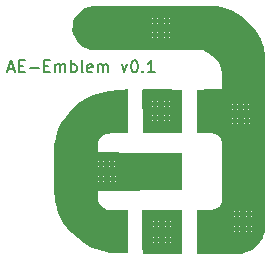
<source format=gbr>
%TF.GenerationSoftware,KiCad,Pcbnew,8.0.2-1*%
%TF.CreationDate,2024-11-11T18:57:46+10:00*%
%TF.ProjectId,ae_emblem_led_pcb,61655f65-6d62-46c6-956d-5f6c65645f70,rev?*%
%TF.SameCoordinates,Original*%
%TF.FileFunction,Legend,Top*%
%TF.FilePolarity,Positive*%
%FSLAX46Y46*%
G04 Gerber Fmt 4.6, Leading zero omitted, Abs format (unit mm)*
G04 Created by KiCad (PCBNEW 8.0.2-1) date 2024-11-11 18:57:46*
%MOMM*%
%LPD*%
G01*
G04 APERTURE LIST*
G04 Aperture macros list*
%AMRoundRect*
0 Rectangle with rounded corners*
0 $1 Rounding radius*
0 $2 $3 $4 $5 $6 $7 $8 $9 X,Y pos of 4 corners*
0 Add a 4 corners polygon primitive as box body*
4,1,4,$2,$3,$4,$5,$6,$7,$8,$9,$2,$3,0*
0 Add four circle primitives for the rounded corners*
1,1,$1+$1,$2,$3*
1,1,$1+$1,$4,$5*
1,1,$1+$1,$6,$7*
1,1,$1+$1,$8,$9*
0 Add four rect primitives between the rounded corners*
20,1,$1+$1,$2,$3,$4,$5,0*
20,1,$1+$1,$4,$5,$6,$7,0*
20,1,$1+$1,$6,$7,$8,$9,0*
20,1,$1+$1,$8,$9,$2,$3,0*%
G04 Aperture macros list end*
%ADD10C,0.150000*%
%ADD11C,0.100000*%
%ADD12C,0.120000*%
%ADD13C,0.000000*%
%ADD14RoundRect,0.147500X-0.147500X-0.172500X0.147500X-0.172500X0.147500X0.172500X-0.147500X0.172500X0*%
%ADD15RoundRect,0.135000X-0.135000X-0.185000X0.135000X-0.185000X0.135000X0.185000X-0.135000X0.185000X0*%
%ADD16C,0.800000*%
%ADD17C,5.000000*%
G04 APERTURE END LIST*
D10*
X132089160Y-77334104D02*
X132565350Y-77334104D01*
X131993922Y-77619819D02*
X132327255Y-76619819D01*
X132327255Y-76619819D02*
X132660588Y-77619819D01*
X132993922Y-77096009D02*
X133327255Y-77096009D01*
X133470112Y-77619819D02*
X132993922Y-77619819D01*
X132993922Y-77619819D02*
X132993922Y-76619819D01*
X132993922Y-76619819D02*
X133470112Y-76619819D01*
X133898684Y-77238866D02*
X134660589Y-77238866D01*
X135136779Y-77096009D02*
X135470112Y-77096009D01*
X135612969Y-77619819D02*
X135136779Y-77619819D01*
X135136779Y-77619819D02*
X135136779Y-76619819D01*
X135136779Y-76619819D02*
X135612969Y-76619819D01*
X136041541Y-77619819D02*
X136041541Y-76953152D01*
X136041541Y-77048390D02*
X136089160Y-77000771D01*
X136089160Y-77000771D02*
X136184398Y-76953152D01*
X136184398Y-76953152D02*
X136327255Y-76953152D01*
X136327255Y-76953152D02*
X136422493Y-77000771D01*
X136422493Y-77000771D02*
X136470112Y-77096009D01*
X136470112Y-77096009D02*
X136470112Y-77619819D01*
X136470112Y-77096009D02*
X136517731Y-77000771D01*
X136517731Y-77000771D02*
X136612969Y-76953152D01*
X136612969Y-76953152D02*
X136755826Y-76953152D01*
X136755826Y-76953152D02*
X136851065Y-77000771D01*
X136851065Y-77000771D02*
X136898684Y-77096009D01*
X136898684Y-77096009D02*
X136898684Y-77619819D01*
X137374874Y-77619819D02*
X137374874Y-76619819D01*
X137374874Y-77000771D02*
X137470112Y-76953152D01*
X137470112Y-76953152D02*
X137660588Y-76953152D01*
X137660588Y-76953152D02*
X137755826Y-77000771D01*
X137755826Y-77000771D02*
X137803445Y-77048390D01*
X137803445Y-77048390D02*
X137851064Y-77143628D01*
X137851064Y-77143628D02*
X137851064Y-77429342D01*
X137851064Y-77429342D02*
X137803445Y-77524580D01*
X137803445Y-77524580D02*
X137755826Y-77572200D01*
X137755826Y-77572200D02*
X137660588Y-77619819D01*
X137660588Y-77619819D02*
X137470112Y-77619819D01*
X137470112Y-77619819D02*
X137374874Y-77572200D01*
X138422493Y-77619819D02*
X138327255Y-77572200D01*
X138327255Y-77572200D02*
X138279636Y-77476961D01*
X138279636Y-77476961D02*
X138279636Y-76619819D01*
X139184398Y-77572200D02*
X139089160Y-77619819D01*
X139089160Y-77619819D02*
X138898684Y-77619819D01*
X138898684Y-77619819D02*
X138803446Y-77572200D01*
X138803446Y-77572200D02*
X138755827Y-77476961D01*
X138755827Y-77476961D02*
X138755827Y-77096009D01*
X138755827Y-77096009D02*
X138803446Y-77000771D01*
X138803446Y-77000771D02*
X138898684Y-76953152D01*
X138898684Y-76953152D02*
X139089160Y-76953152D01*
X139089160Y-76953152D02*
X139184398Y-77000771D01*
X139184398Y-77000771D02*
X139232017Y-77096009D01*
X139232017Y-77096009D02*
X139232017Y-77191247D01*
X139232017Y-77191247D02*
X138755827Y-77286485D01*
X139660589Y-77619819D02*
X139660589Y-76953152D01*
X139660589Y-77048390D02*
X139708208Y-77000771D01*
X139708208Y-77000771D02*
X139803446Y-76953152D01*
X139803446Y-76953152D02*
X139946303Y-76953152D01*
X139946303Y-76953152D02*
X140041541Y-77000771D01*
X140041541Y-77000771D02*
X140089160Y-77096009D01*
X140089160Y-77096009D02*
X140089160Y-77619819D01*
X140089160Y-77096009D02*
X140136779Y-77000771D01*
X140136779Y-77000771D02*
X140232017Y-76953152D01*
X140232017Y-76953152D02*
X140374874Y-76953152D01*
X140374874Y-76953152D02*
X140470113Y-77000771D01*
X140470113Y-77000771D02*
X140517732Y-77096009D01*
X140517732Y-77096009D02*
X140517732Y-77619819D01*
X141660589Y-76953152D02*
X141898684Y-77619819D01*
X141898684Y-77619819D02*
X142136779Y-76953152D01*
X142708208Y-76619819D02*
X142803446Y-76619819D01*
X142803446Y-76619819D02*
X142898684Y-76667438D01*
X142898684Y-76667438D02*
X142946303Y-76715057D01*
X142946303Y-76715057D02*
X142993922Y-76810295D01*
X142993922Y-76810295D02*
X143041541Y-77000771D01*
X143041541Y-77000771D02*
X143041541Y-77238866D01*
X143041541Y-77238866D02*
X142993922Y-77429342D01*
X142993922Y-77429342D02*
X142946303Y-77524580D01*
X142946303Y-77524580D02*
X142898684Y-77572200D01*
X142898684Y-77572200D02*
X142803446Y-77619819D01*
X142803446Y-77619819D02*
X142708208Y-77619819D01*
X142708208Y-77619819D02*
X142612970Y-77572200D01*
X142612970Y-77572200D02*
X142565351Y-77524580D01*
X142565351Y-77524580D02*
X142517732Y-77429342D01*
X142517732Y-77429342D02*
X142470113Y-77238866D01*
X142470113Y-77238866D02*
X142470113Y-77000771D01*
X142470113Y-77000771D02*
X142517732Y-76810295D01*
X142517732Y-76810295D02*
X142565351Y-76715057D01*
X142565351Y-76715057D02*
X142612970Y-76667438D01*
X142612970Y-76667438D02*
X142708208Y-76619819D01*
X143470113Y-77524580D02*
X143517732Y-77572200D01*
X143517732Y-77572200D02*
X143470113Y-77619819D01*
X143470113Y-77619819D02*
X143422494Y-77572200D01*
X143422494Y-77572200D02*
X143470113Y-77524580D01*
X143470113Y-77524580D02*
X143470113Y-77619819D01*
X144470112Y-77619819D02*
X143898684Y-77619819D01*
X144184398Y-77619819D02*
X144184398Y-76619819D01*
X144184398Y-76619819D02*
X144089160Y-76762676D01*
X144089160Y-76762676D02*
X143993922Y-76857914D01*
X143993922Y-76857914D02*
X143898684Y-76905533D01*
D11*
%TO.C,D5*%
X150700000Y-80550000D02*
G75*
G02*
X150600000Y-80550000I-50000J0D01*
G01*
X150600000Y-80550000D02*
G75*
G02*
X150700000Y-80550000I50000J0D01*
G01*
D12*
%TO.C,R5*%
X151586359Y-81370000D02*
X151893641Y-81370000D01*
X151586359Y-82130000D02*
X151893641Y-82130000D01*
D11*
%TO.C,D4*%
X143960000Y-73300000D02*
G75*
G02*
X143860000Y-73300000I-50000J0D01*
G01*
X143860000Y-73300000D02*
G75*
G02*
X143960000Y-73300000I50000J0D01*
G01*
%TO.C,D1*%
X144060000Y-90500000D02*
G75*
G02*
X143960000Y-90500000I-50000J0D01*
G01*
X143960000Y-90500000D02*
G75*
G02*
X144060000Y-90500000I50000J0D01*
G01*
%TO.C,D3*%
X143960000Y-80300000D02*
G75*
G02*
X143860000Y-80300000I-50000J0D01*
G01*
X143860000Y-80300000D02*
G75*
G02*
X143960000Y-80300000I50000J0D01*
G01*
D13*
%TO.C,G\u002A\u002A\u002A*%
G36*
X145116410Y-79082571D02*
G01*
X146784745Y-79093856D01*
X146784745Y-82759391D01*
X145113692Y-82770678D01*
X143442639Y-82781966D01*
X143440595Y-81541646D01*
X143439189Y-81197158D01*
X143436267Y-80857809D01*
X143432083Y-80539854D01*
X143426891Y-80259544D01*
X143420946Y-80033134D01*
X143414566Y-79878004D01*
X143406928Y-79670186D01*
X143406744Y-79471563D01*
X143413771Y-79313372D01*
X143419328Y-79262984D01*
X143448075Y-79071287D01*
X145116410Y-79082571D01*
G37*
G36*
X146795989Y-91135715D02*
G01*
X146784745Y-92979765D01*
X145141854Y-92992136D01*
X144703790Y-92994868D01*
X144344901Y-92995714D01*
X144058133Y-92994493D01*
X143836430Y-92991025D01*
X143672739Y-92985129D01*
X143560003Y-92976625D01*
X143491167Y-92965332D01*
X143459176Y-92951069D01*
X143457375Y-92949012D01*
X143447096Y-92892311D01*
X143438183Y-92755309D01*
X143430760Y-92543944D01*
X143424953Y-92264152D01*
X143420887Y-91921872D01*
X143418688Y-91523041D01*
X143418432Y-91103873D01*
X143421077Y-89314230D01*
X146807233Y-89291666D01*
X146795989Y-91135715D01*
G37*
G36*
X142192045Y-82780953D02*
G01*
X141380517Y-82780953D01*
X141022861Y-82784132D01*
X140738887Y-82795182D01*
X140516213Y-82816367D01*
X140342454Y-82849956D01*
X140205229Y-82898216D01*
X140092154Y-82963411D01*
X140007469Y-83032287D01*
X139862334Y-83190388D01*
X139761298Y-83367070D01*
X139697180Y-83581644D01*
X139662798Y-83853421D01*
X139655967Y-83977392D01*
X139637969Y-84419162D01*
X143211357Y-84430194D01*
X146784745Y-84441225D01*
X146784745Y-87632396D01*
X139669295Y-87675520D01*
X139669980Y-88106760D01*
X139672577Y-88312642D01*
X139682736Y-88457672D01*
X139705173Y-88567196D01*
X139744607Y-88666561D01*
X139790364Y-88753619D01*
X139966309Y-88987839D01*
X140193905Y-89154832D01*
X140465925Y-89249316D01*
X140469798Y-89250058D01*
X140588844Y-89264358D01*
X140774156Y-89276616D01*
X141005759Y-89285957D01*
X141263678Y-89291506D01*
X141443262Y-89292668D01*
X142192045Y-89292668D01*
X142192045Y-91122890D01*
X142191308Y-91511424D01*
X142189201Y-91872464D01*
X142185881Y-92197060D01*
X142181506Y-92476258D01*
X142176232Y-92701106D01*
X142170217Y-92862651D01*
X142163616Y-92951942D01*
X142159702Y-92967057D01*
X142107769Y-92970163D01*
X141984733Y-92969861D01*
X141805661Y-92966413D01*
X141585619Y-92960082D01*
X141415814Y-92954096D01*
X140725426Y-92899911D01*
X140093226Y-92789027D01*
X139508740Y-92616940D01*
X138961494Y-92379145D01*
X138441014Y-92071136D01*
X137936827Y-91688410D01*
X137468078Y-91256185D01*
X137167690Y-90941768D01*
X136924986Y-90652520D01*
X136724662Y-90367658D01*
X136551418Y-90066397D01*
X136466973Y-89896403D01*
X136366158Y-89674857D01*
X136285584Y-89472035D01*
X136218191Y-89264937D01*
X136156923Y-89030567D01*
X136094721Y-88745925D01*
X136059000Y-88567010D01*
X136036692Y-88449744D01*
X136018035Y-88340185D01*
X136002703Y-88229534D01*
X135990370Y-88108996D01*
X135980711Y-87969773D01*
X135973401Y-87803069D01*
X135968114Y-87600086D01*
X135964526Y-87352027D01*
X135962309Y-87050096D01*
X135961141Y-86685495D01*
X135960694Y-86249428D01*
X135960636Y-85907439D01*
X135960636Y-83751242D01*
X136083463Y-83216342D01*
X136227367Y-82689130D01*
X136407390Y-82222025D01*
X136635071Y-81792462D01*
X136921947Y-81377877D01*
X137186647Y-81058943D01*
X137659035Y-80576600D01*
X138162125Y-80165996D01*
X138701347Y-79824716D01*
X139282132Y-79550341D01*
X139909910Y-79340456D01*
X140590112Y-79192643D01*
X141328167Y-79104485D01*
X141618487Y-79086431D01*
X142192045Y-79058923D01*
X142192045Y-82780953D01*
G37*
G36*
X142307338Y-72004973D02*
G01*
X142942488Y-72006415D01*
X143654005Y-72008478D01*
X144446674Y-72011029D01*
X144500861Y-72011208D01*
X149630925Y-72028134D01*
X150126850Y-72137919D01*
X150651246Y-72277998D01*
X151116468Y-72456663D01*
X151544890Y-72684422D01*
X151958887Y-72971782D01*
X152041818Y-73037245D01*
X152491443Y-73442543D01*
X152883520Y-73885732D01*
X153210222Y-74356017D01*
X153463720Y-74842601D01*
X153587820Y-75169578D01*
X153644079Y-75349032D01*
X153685547Y-75498648D01*
X153717677Y-75644636D01*
X153745921Y-75813206D01*
X153775732Y-76030570D01*
X153789672Y-76139866D01*
X153794627Y-76222201D01*
X153799428Y-76387081D01*
X153804052Y-76630803D01*
X153808478Y-76949664D01*
X153812681Y-77339960D01*
X153816639Y-77797990D01*
X153820328Y-78320050D01*
X153823725Y-78902437D01*
X153826808Y-79541449D01*
X153829553Y-80233381D01*
X153831938Y-80974532D01*
X153833938Y-81761199D01*
X153835531Y-82589678D01*
X153836695Y-83456266D01*
X153836962Y-83729680D01*
X153837781Y-84656886D01*
X153838475Y-85501829D01*
X153838999Y-86268494D01*
X153839310Y-86960866D01*
X153839365Y-87582931D01*
X153839120Y-88138672D01*
X153838531Y-88632076D01*
X153837555Y-89067127D01*
X153836148Y-89447810D01*
X153834266Y-89778110D01*
X153831867Y-90062012D01*
X153828905Y-90303501D01*
X153825339Y-90506562D01*
X153821123Y-90675180D01*
X153816215Y-90813341D01*
X153810571Y-90925028D01*
X153804147Y-91014228D01*
X153796899Y-91084924D01*
X153788785Y-91141103D01*
X153779760Y-91186749D01*
X153769781Y-91225846D01*
X153758804Y-91262381D01*
X153754379Y-91276369D01*
X153605349Y-91639065D01*
X153401762Y-91978642D01*
X153160856Y-92267392D01*
X153103860Y-92321986D01*
X152884271Y-92510232D01*
X152682572Y-92649715D01*
X152464981Y-92760726D01*
X152208379Y-92859837D01*
X151873369Y-92977019D01*
X150062164Y-92984498D01*
X149670844Y-92985642D01*
X149302946Y-92985812D01*
X148968171Y-92985072D01*
X148676223Y-92983482D01*
X148436803Y-92981104D01*
X148259615Y-92977999D01*
X148154361Y-92974231D01*
X148132368Y-92972225D01*
X148013777Y-92952474D01*
X148013777Y-89302620D01*
X148736103Y-89283807D01*
X149041329Y-89273583D01*
X149275676Y-89258448D01*
X149454503Y-89234686D01*
X149593170Y-89198585D01*
X149707036Y-89146428D01*
X149811462Y-89074501D01*
X149894766Y-89003610D01*
X149955883Y-88949481D01*
X150007978Y-88900615D01*
X150051804Y-88850015D01*
X150088114Y-88790685D01*
X150117660Y-88715628D01*
X150141196Y-88617846D01*
X150159475Y-88490343D01*
X150173249Y-88326123D01*
X150183271Y-88118188D01*
X150190294Y-87859542D01*
X150195072Y-87543187D01*
X150198356Y-87162127D01*
X150200900Y-86709365D01*
X150203457Y-86177904D01*
X150203679Y-86132727D01*
X150205790Y-85538517D01*
X150205898Y-85015911D01*
X150204031Y-84567146D01*
X150200216Y-84194456D01*
X150194481Y-83900075D01*
X150186853Y-83686239D01*
X150177361Y-83555182D01*
X150171428Y-83519461D01*
X150059266Y-83260401D01*
X149873671Y-83045688D01*
X149719753Y-82933229D01*
X149640316Y-82885603D01*
X149569113Y-82850798D01*
X149490570Y-82826314D01*
X149389111Y-82809646D01*
X149249161Y-82798294D01*
X149055144Y-82789756D01*
X148791486Y-82781529D01*
X148771840Y-82780953D01*
X148035339Y-82759391D01*
X148035339Y-79093856D01*
X149113437Y-79072294D01*
X150191536Y-79050732D01*
X150186329Y-78317625D01*
X150183377Y-78041454D01*
X150177600Y-77832759D01*
X150166877Y-77672773D01*
X150149089Y-77542728D01*
X150122117Y-77423855D01*
X150083840Y-77297387D01*
X150064571Y-77239527D01*
X149892636Y-76856867D01*
X149652694Y-76510507D01*
X149356646Y-76213253D01*
X149016392Y-75977912D01*
X148792311Y-75870268D01*
X148552826Y-75773313D01*
X143809193Y-75751751D01*
X139065559Y-75730189D01*
X138792641Y-75631558D01*
X138419678Y-75462399D01*
X138115028Y-75245773D01*
X137871043Y-74973805D01*
X137680077Y-74638622D01*
X137581026Y-74383926D01*
X137505449Y-74027363D01*
X137509277Y-73667318D01*
X137587001Y-73315429D01*
X137733115Y-72983332D01*
X137942111Y-72682664D01*
X138208479Y-72425060D01*
X138526714Y-72222158D01*
X138626081Y-72175996D01*
X138690155Y-72149234D01*
X138754031Y-72125242D01*
X138822495Y-72103885D01*
X138900332Y-72085029D01*
X138992328Y-72068540D01*
X139103268Y-72054283D01*
X139237937Y-72042124D01*
X139401120Y-72031930D01*
X139597603Y-72023565D01*
X139832171Y-72016896D01*
X140109609Y-72011789D01*
X140434703Y-72008108D01*
X140812237Y-72005720D01*
X141246998Y-72004492D01*
X141743769Y-72004287D01*
X142307338Y-72004973D01*
G37*
D12*
%TO.C,R2*%
X144871359Y-81120000D02*
X145178641Y-81120000D01*
X144871359Y-81880000D02*
X145178641Y-81880000D01*
D11*
%TO.C,D2*%
X139360000Y-85400000D02*
G75*
G02*
X139260002Y-85400000I-49999J0D01*
G01*
X139260002Y-85400000D02*
G75*
G02*
X139360000Y-85400000I49999J0D01*
G01*
D12*
%TO.C,R4*%
X140246359Y-86320000D02*
X140553641Y-86320000D01*
X140246359Y-87080000D02*
X140553641Y-87080000D01*
%TO.C,R6*%
X151786359Y-90520000D02*
X152093641Y-90520000D01*
X151786359Y-91280000D02*
X152093641Y-91280000D01*
%TO.C,R1*%
X144946359Y-91420000D02*
X145253641Y-91420000D01*
X144946359Y-92180000D02*
X145253641Y-92180000D01*
%TO.C,R3*%
X144846359Y-74120000D02*
X145153641Y-74120000D01*
X144846359Y-74880000D02*
X145153641Y-74880000D01*
D11*
%TO.C,D6*%
X150900000Y-89600000D02*
G75*
G02*
X150800000Y-89600000I-50000J0D01*
G01*
X150800000Y-89600000D02*
G75*
G02*
X150900000Y-89600000I50000J0D01*
G01*
%TD*%
%LPC*%
D14*
%TO.C,D5*%
X151255000Y-80550000D03*
X152225000Y-80550000D03*
%TD*%
D15*
%TO.C,R5*%
X151230000Y-81750000D03*
X152250000Y-81750000D03*
%TD*%
D14*
%TO.C,D4*%
X144515000Y-73300000D03*
X145485000Y-73300000D03*
%TD*%
%TO.C,D1*%
X144615000Y-90500000D03*
X145585000Y-90500000D03*
%TD*%
%TO.C,D3*%
X144515000Y-80300000D03*
X145485000Y-80300000D03*
%TD*%
D15*
%TO.C,R2*%
X144515000Y-81500000D03*
X145535000Y-81500000D03*
%TD*%
D14*
%TO.C,D2*%
X139915000Y-85400000D03*
X140885000Y-85400000D03*
%TD*%
D15*
%TO.C,R4*%
X139890000Y-86700000D03*
X140910000Y-86700000D03*
%TD*%
%TO.C,R6*%
X151430000Y-90900000D03*
X152450000Y-90900000D03*
%TD*%
%TO.C,R1*%
X144590000Y-91800000D03*
X145610000Y-91800000D03*
%TD*%
%TO.C,R3*%
X144490000Y-74500000D03*
X145510000Y-74500000D03*
%TD*%
D14*
%TO.C,D6*%
X151455000Y-89600000D03*
X152425000Y-89600000D03*
%TD*%
D16*
%TO.C,REF\u002A\u002A*%
X155100825Y-82600000D03*
X155650000Y-81274175D03*
X155650000Y-83925825D03*
X156975825Y-80725000D03*
D17*
X156975825Y-82600000D03*
D16*
X156975825Y-84475000D03*
X158301650Y-81274175D03*
X158301650Y-83925825D03*
X158850825Y-82600000D03*
%TD*%
%TO.C,REF\u002A\u002A*%
X131325000Y-82600000D03*
X131874175Y-81274175D03*
X131874175Y-83925825D03*
X133200000Y-80725000D03*
D17*
X133200000Y-82600000D03*
D16*
X133200000Y-84475000D03*
X134525825Y-81274175D03*
X134525825Y-83925825D03*
X135075000Y-82600000D03*
%TD*%
%LPD*%
M02*

</source>
